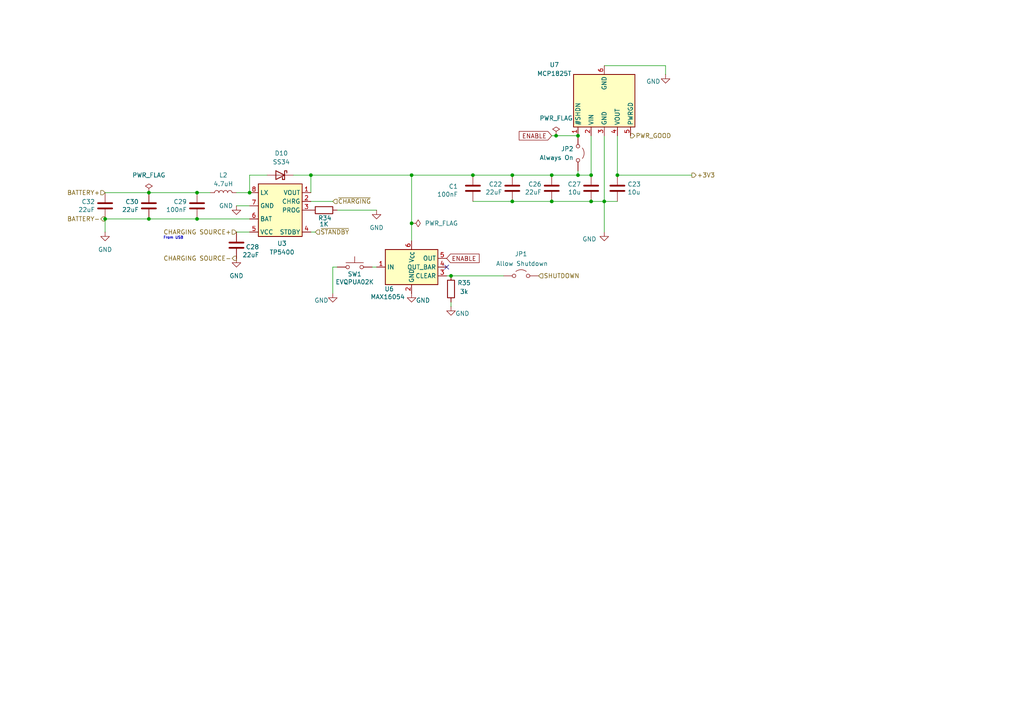
<source format=kicad_sch>
(kicad_sch (version 20250114) (generator "eeschema") (generator_version "9.0")
  (paper "A4")
  (title_block (title "Brique") (date "2025-04-08") (company "Tommy Gilligan"))
  (lib_symbols
    (symbol "Analog_ADC:ADC101C021CIMK"
      (property "Reference" "U4" (at 2.1941 10.16 0))
      (property "Value" "ADC101C021CIMK" (at 2.1941 7.62 0))
      (symbol "ADC101C021CIMK_0_1"
        (rectangle (start -7.62 5.08) (end 7.62 -5.08) (stroke (width 0.254)) (fill (type background)))
      )
      (symbol "ADC101C021CIMK_1_1"
        (pin input line (at -10.16 0 0) (length 2.54) (name "IN") (number "1"))
        (pin power_in line (at 0 7.62 270) (length 2.54) (name "V_{CC}") (number "6"))
        (pin power_in line (at 0 -7.62 90) (length 2.54) (name "GND") (number "2"))
        (pin bidirectional line (at 10.16 2.54 180) (length 2.54) (name "OUT") (number "5"))
        (pin input line (at 10.16 0 180) (length 2.54) (name "OUT_BAR") (number "4"))
        (pin input line (at 10.16 -2.54 180) (length 2.54) (name "CLEAR") (number "3"))
      )
    )
    (symbol "Device:C" (pin_numbers (hide yes)) (pin_names (offset 0.254))
      (property "Reference" "C" (at 0.635 2.54 0))
      (property "Value" "C" (at 0.635 -2.54 0))
      (symbol "C_0_1"
        (polyline (pts (xy -2.032 0.762) (xy 2.032 0.762)) (stroke (width 0.508)))
        (polyline (pts (xy -2.032 -0.762) (xy 2.032 -0.762)) (stroke (width 0.508)))
      )
      (symbol "C_1_1"
        (pin passive line (at 0 3.81 270) (length 2.794) (name "~") (number "1"))
        (pin passive line (at 0 -3.81 90) (length 2.794) (name "~") (number "2"))
      )
    )
    (symbol "Device:D_Schottky" (pin_numbers (hide yes)) (pin_names (offset 1.016) (hide yes))
      (property "Reference" "D" (at 0 2.54 0))
      (property "Value" "D_Schottky" (at 0 -2.54 0))
      (symbol "D_Schottky_0_1"
        (polyline (pts (xy -1.905 0.635) (xy -1.905 1.27) (xy -1.27 1.27) (xy -1.27 -1.27) (xy -0.635 -1.27) (xy -0.635 -0.635)) (stroke (width 0.254)))
        (polyline (pts (xy 1.27 1.27) (xy 1.27 -1.27) (xy -1.27 0) (xy 1.27 1.27)) (stroke (width 0.254)))
        (polyline (pts (xy 1.27 0) (xy -1.27 0)))
      )
      (symbol "D_Schottky_1_1"
        (pin passive line (at -3.81 0 0) (length 2.54) (name "K") (number "1"))
        (pin passive line (at 3.81 0 180) (length 2.54) (name "A") (number "2"))
      )
    )
    (symbol "Device:L" (pin_numbers (hide yes)) (pin_names (offset 1.016) (hide yes))
      (property "Reference" "L" (at -1.27 0 90))
      (property "Value" "L" (at 1.905 0 90))
      (symbol "L_0_1"
        (arc (start 0 2.54) (mid 0.6323 1.905) (end 0 1.27))
        (arc (start 0 1.27) (mid 0.6323 0.635) (end 0 0))
        (arc (start 0 0) (mid 0.6323 -0.635) (end 0 -1.27))
        (arc (start 0 -1.27) (mid 0.6323 -1.905) (end 0 -2.54))
      )
      (symbol "L_1_1"
        (pin passive line (at 0 3.81 270) (length 1.27) (name "1") (number "1"))
        (pin passive line (at 0 -3.81 90) (length 1.27) (name "2") (number "2"))
      )
    )
    (symbol "Device:R" (pin_numbers (hide yes)) (pin_names (offset 0))
      (property "Reference" "R" (at 2.032 0 90))
      (property "Value" "R" (at 0 0 90))
      (symbol "R_0_1"
        (rectangle (start -1.016 -2.54) (end 1.016 2.54) (stroke (width 0.254)))
      )
      (symbol "R_1_1"
        (pin passive line (at 0 3.81 270) (length 1.27) (name "~") (number "1"))
        (pin passive line (at 0 -3.81 90) (length 1.27) (name "~") (number "2"))
      )
    )
    (symbol "Interface_CAN_LIN:SN65HVD255D"
      (property "Reference" "U3" (at -3.81 12.7 0))
      (property "Value" "TP5400" (at -3.81 10.16 0))
      (symbol "SN65HVD255D_0_1"
        (rectangle (start -10.16 7.62) (end 2.54 -7.62) (stroke (width 0.254)) (fill (type background)))
      )
      (symbol "SN65HVD255D_1_1"
        (pin unspecified line (at -12.7 5.08 0) (length 2.54) (name "VOUT") (number "1"))
        (pin unspecified line (at -12.7 2.54 0) (length 2.54) (name "CHRG") (number "2"))
        (pin unspecified line (at -12.7 0 0) (length 2.54) (name "PROG") (number "3"))
        (pin unspecified line (at -12.7 -6.35 0) (length 2.54) (name "STDBY") (number "4"))
        (pin unspecified line (at 5.08 5.08 180) (length 2.54) (name "LX") (number "8"))
        (pin unspecified line (at 5.08 1.27 180) (length 2.54) (name "GND") (number "7"))
        (pin unspecified line (at 5.08 -2.54 180) (length 2.54) (name "BAT") (number "6"))
        (pin unspecified line (at 5.08 -6.35 180) (length 2.54) (name "VCC") (number "5"))
      )
    )
    (symbol "Jumper:Jumper_2_Open" (pin_numbers (hide yes)) (pin_names (offset 0) (hide yes)) (exclude_from_sim yes)
      (property "Reference" "JP" (at 0 2.794 0))
      (property "Value" "Jumper_2_Open" (at 0 -2.286 0))
      (symbol "Jumper_2_Open_0_0"
        (circle (center -2.032 0) (radius 0.508))
        (circle (center 2.032 0) (radius 0.508))
      )
      (symbol "Jumper_2_Open_0_1"
        (arc (start -1.524 1.27) (mid 0 1.778) (end 1.524 1.27))
      )
      (symbol "Jumper_2_Open_1_1"
        (pin passive line (at -5.08 0 0) (length 2.54) (name "A") (number "1"))
        (pin passive line (at 5.08 0 180) (length 2.54) (name "B") (number "2"))
      )
    )
    (symbol "Regulator_Linear:MCP1825S"
      (property "Reference" "U7" (at -10.668 5.334 0))
      (property "Value" "MCP1825T" (at -10.668 2.794 0))
      (symbol "MCP1825S_0_1"
        (rectangle (start -5.08 2.54) (end 12.7 -12.7) (stroke (width 0.254)) (fill (type background)))
      )
      (symbol "MCP1825S_1_1"
        (pin power_in line (at -3.81 -15.24 90) (length 2.54) (name "#SHDN") (number "1"))
        (pin power_in line (at 0 -15.24 90) (length 2.54) (name "VIN") (number "2"))
        (pin power_out line (at 3.81 5.08 270) (length 2.54) (name "GND") (number "6"))
        (pin power_in line (at 3.81 -15.24 90) (length 2.54) (name "GND") (number "3"))
        (pin power_out line (at 7.62 -15.24 90) (length 2.54) (name "VOUT") (number "4"))
        (pin power_out line (at 11.43 -15.24 90) (length 2.54) (name "PWRGD") (number "5"))
      )
    )
    (symbol "Switch:SW_Push" (pin_numbers (hide yes)) (pin_names (offset 1.016) (hide yes))
      (property "Reference" "SW" (at 1.27 2.54 0))
      (property "Value" "SW_Push" (at 0 -1.524 0))
      (symbol "SW_Push_0_1"
        (circle (center -2.032 0) (radius 0.508))
        (polyline (pts (xy 0 1.27) (xy 0 3.048)))
        (circle (center 2.032 0) (radius 0.508))
        (polyline (pts (xy 2.54 1.27) (xy -2.54 1.27)))
        (pin passive line (at -5.08 0 0) (length 2.54) (name "1") (number "1"))
        (pin passive line (at 5.08 0 180) (length 2.54) (name "2") (number "2"))
      )
    )
    (symbol "power:GND" (power) (pin_numbers (hide yes)) (pin_names (offset 0) (hide yes))
      (property "Value" "GND" (at 0 -3.81 0))
      (symbol "GND_0_1"
        (polyline (pts (xy 0 0) (xy 0 -1.27) (xy 1.27 -1.27) (xy 0 -2.54) (xy -1.27 -1.27) (xy 0 -1.27)))
      )
      (symbol "GND_1_1"
        (pin power_in line (at 0 0 270) (length 0) (name "~") (number "1"))
      )
    )
    (symbol "power:PWR_FLAG" (power) (pin_numbers (hide yes)) (pin_names (offset 0) (hide yes))
      (property "Value" "PWR_FLAG" (at 0 3.81 0))
      (symbol "PWR_FLAG_0_0"
        (pin power_out line (at 0 0 90) (length 0) (name "~") (number "1"))
      )
      (symbol "PWR_FLAG_0_1"
        (polyline (pts (xy 0 0) (xy 0 1.27) (xy -1.016 1.905) (xy 0 2.54) (xy 1.016 1.905) (xy 0 1.27)))
      )
    )
  )
  (text "From USB" (at 50.292 69.088 0) (effects (font (size 0.762 0.762))))
  (junction (at 43.18 63.5))
  (junction (at 119.38 50.8))
  (junction (at 160.02 58.42))
  (junction (at 137.16 50.8))
  (junction (at 160.02 50.8))
  (junction (at 43.18 55.88))
  (junction (at 167.64 39.37))
  (junction (at 167.64 50.8))
  (junction (at 175.26 58.42))
  (junction (at 130.81 80.01))
  (junction (at 30.48 63.5))
  (junction (at 171.45 58.42))
  (junction (at 90.17 50.8))
  (junction (at 57.15 63.5))
  (junction (at 148.59 58.42))
  (junction (at 161.29 39.37))
  (junction (at 171.45 50.8))
  (junction (at 148.59 50.8))
  (junction (at 72.39 55.88))
  (junction (at 119.38 64.77))
  (junction (at 179.07 50.8))
  (junction (at 57.15 55.88))
  (no_connect (at 129.54 77.47))
  (wire (pts (xy 160.02 58.42) (xy 148.59 58.42)))
  (wire (pts (xy 130.81 80.01) (xy 129.54 80.01)))
  (wire (pts (xy 175.26 39.37) (xy 175.26 58.42)))
  (wire (pts (xy 30.48 55.88) (xy 43.18 55.88)))
  (wire (pts (xy 193.04 19.05) (xy 193.04 21.59)))
  (wire (pts (xy 72.39 50.8) (xy 72.39 55.88)))
  (wire (pts (xy 90.17 50.8) (xy 90.17 55.88)))
  (wire (pts (xy 161.29 39.37) (xy 167.64 39.37)))
  (wire (pts (xy 68.58 59.69) (xy 72.39 59.69)))
  (wire (pts (xy 130.81 87.63) (xy 130.81 88.9)))
  (wire (pts (xy 96.52 77.47) (xy 96.52 85.09)))
  (wire (pts (xy 200.66 50.8) (xy 179.07 50.8)))
  (wire (pts (xy 96.52 77.47) (xy 97.79 77.47)))
  (wire (pts (xy 175.26 19.05) (xy 193.04 19.05)))
  (wire (pts (xy 167.64 50.8) (xy 171.45 50.8)))
  (wire (pts (xy 68.58 67.31) (xy 72.39 67.31)))
  (wire (pts (xy 160.02 50.8) (xy 167.64 50.8)))
  (wire (pts (xy 119.38 50.8) (xy 119.38 64.77)))
  (wire (pts (xy 148.59 50.8) (xy 160.02 50.8)))
  (wire (pts (xy 175.26 67.31) (xy 175.26 58.42)))
  (wire (pts (xy 90.17 50.8) (xy 119.38 50.8)))
  (wire (pts (xy 57.15 63.5) (xy 72.39 63.5)))
  (wire (pts (xy 119.38 64.77) (xy 119.38 69.85)))
  (wire (pts (xy 68.58 55.88) (xy 72.39 55.88)))
  (wire (pts (xy 30.48 63.5) (xy 43.18 63.5)))
  (wire (pts (xy 90.17 58.42) (xy 96.52 58.42)))
  (wire (pts (xy 43.18 63.5) (xy 57.15 63.5)))
  (wire (pts (xy 171.45 50.8) (xy 171.45 39.37)))
  (wire (pts (xy 171.45 58.42) (xy 160.02 58.42)))
  (wire (pts (xy 91.44 67.31) (xy 90.17 67.31)))
  (wire (pts (xy 119.38 50.8) (xy 137.16 50.8)))
  (wire (pts (xy 167.64 49.53) (xy 167.64 50.8)))
  (wire (pts (xy 148.59 58.42) (xy 137.16 58.42)))
  (wire (pts (xy 57.15 55.88) (xy 60.96 55.88)))
  (wire (pts (xy 179.07 39.37) (xy 179.07 50.8)))
  (wire (pts (xy 109.22 60.96) (xy 97.79 60.96)))
  (wire (pts (xy 160.02 39.37) (xy 161.29 39.37)))
  (wire (pts (xy 175.26 58.42) (xy 171.45 58.42)))
  (wire (pts (xy 43.18 55.88) (xy 57.15 55.88)))
  (wire (pts (xy 179.07 58.42) (xy 175.26 58.42)))
  (wire (pts (xy 130.81 80.01) (xy 146.05 80.01)))
  (wire (pts (xy 137.16 50.8) (xy 148.59 50.8)))
  (wire (pts (xy 85.09 50.8) (xy 90.17 50.8)))
  (wire (pts (xy 30.48 67.31) (xy 30.48 63.5)))
  (wire (pts (xy 109.22 77.47) (xy 107.95 77.47)))
  (wire (pts (xy 77.47 50.8) (xy 72.39 50.8)))
  (global_label "ENABLE" (shape input) (at 129.54 74.93 0) (property "Intersheetrefs" "${INTERSHEET_REFS}" (effects (hide yes))))
  (global_label "ENABLE" (shape input) (at 160.02 39.37 180) (property "Intersheetrefs" "${INTERSHEET_REFS}" (effects (hide yes))))
  (hierarchical_label "~{STANDBY}" (shape input) (at 91.44 67.31 0))
  (hierarchical_label "CHARGING SOURCE+" (shape input) (at 68.58 67.31 180))
  (hierarchical_label "BATTERY-" (shape output) (at 30.48 63.5 180))
  (hierarchical_label "CHARGING SOURCE-" (shape output) (at 68.58 74.93 180))
  (hierarchical_label "BATTERY+" (shape input) (at 30.48 55.88 180))
  (hierarchical_label "+3V3" (shape output) (at 200.66 50.8 0))
  (hierarchical_label "~{CHARGING}" (shape input) (at 96.52 58.42 0))
  (hierarchical_label "PWR_GOOD" (shape output) (at 182.88 39.37 0))
  (hierarchical_label "SHUTDOWN" (shape input) (at 156.21 80.01 0))
  (symbol (lib_id "Device:C") (at 171.45 54.61 0) (mirror y) (unit 1)
    (property "Reference" "C27" (at 168.529 53.4416 0) (effects (justify left)))
    (property "Value" "10u" (at 168.529 55.753 0) (effects (justify left)))
    (property "Footprint" "Capacitor_SMD:C_0805_2012Metric" (effects (hide yes)))
    (property "JLCPCB" "C17024" (effects (hide yes)))
  )
  (symbol (lib_id "Switch:SW_Push") (at 102.87 77.47 0) (unit 1)
    (property "Reference" "SW1" (at 102.87 79.502 0))
    (property "Value" "EVQPUA02K" (at 102.87 81.788 0))
    (property "Footprint" "Button_Switch_SMD:power switch" (effects (hide yes)))
    (property "Description" "Push button switch, generic, two pins" (effects (hide yes)))
    (property "JLCPCB" "C128539" (effects (hide yes)))
  )
  (symbol (lib_id "Jumper:Jumper_2_Open") (at 167.64 44.45 270) (mirror x) (unit 1) (exclude_from_sim yes) (in_bom no)
    (property "Reference" "JP2" (at 166.37 43.1799 90) (effects (justify right)))
    (property "Value" "Always On" (at 166.37 45.7199 90) (effects (justify right)))
    (property "Footprint" "Jumper:SolderJumper-2_P1.3mm_Open_Pad1.0x1.5mm" (effects (hide yes)))
    (property "Description" "Jumper, 2-pole, open" (effects (hide yes)))
  )
  (symbol (lib_id "power:GND") (at 119.38 85.09 0) (unit 1)
    (property "Reference" "#PWR082" (effects (hide yes)))
    (property "Value" "GND" (at 122.682 87.122 0))
    (property "Description" "Power symbol creates a global label with name \"GND\" , ground" (effects (hide yes)))
  )
  (symbol (lib_id "Jumper:Jumper_2_Open") (at 151.13 80.01 0) (unit 1) (exclude_from_sim yes) (in_bom no)
    (property "Reference" "JP1" (at 151.13 73.66 0))
    (property "Value" "Allow Shutdown" (at 151.384 76.454 0))
    (property "Footprint" "Jumper:SolderJumper-2_P1.3mm_Open_Pad1.0x1.5mm" (effects (hide yes)))
    (property "Description" "Jumper, 2-pole, open" (effects (hide yes)))
  )
  (symbol (lib_id "Device:C") (at 148.59 54.61 0) (mirror y) (unit 1)
    (property "Reference" "C22" (at 145.669 53.4416 0) (effects (justify left)))
    (property "Value" "22uF" (at 145.669 55.753 0) (effects (justify left)))
    (property "Footprint" "Capacitor_SMD:C_0805_2012Metric" (effects (hide yes)))
    (property "JLCPCB" "C602037" (effects (hide yes)))
  )
  (symbol (lib_id "power:GND") (at 109.22 60.96 0) (mirror y) (unit 1)
    (property "Reference" "#PWR018" (effects (hide yes)))
    (property "Value" "GND" (at 109.22 66.04 0))
    (property "Description" "Power symbol creates a global label with name \"GND\" , ground" (effects (hide yes)))
  )
  (symbol (lib_id "Device:C") (at 57.15 59.69 0) (mirror y) (unit 1)
    (property "Reference" "C29" (at 54.229 58.5216 0) (effects (justify left)))
    (property "Value" "100nF" (at 54.229 60.833 0) (effects (justify left)))
    (property "Footprint" "Capacitor_SMD:C_0805_2012Metric" (effects (hide yes)))
    (property "JLCPCB" "C49678" (effects (hide yes)))
  )
  (symbol (lib_id "Device:C") (at 160.02 54.61 0) (mirror y) (unit 1)
    (property "Reference" "C26" (at 157.099 53.4416 0) (effects (justify left)))
    (property "Value" "22uF" (at 157.099 55.753 0) (effects (justify left)))
    (property "Footprint" "Capacitor_SMD:C_0805_2012Metric" (effects (hide yes)))
    (property "JLCPCB" "C602037" (effects (hide yes)))
  )
  (symbol (lib_id "power:GND") (at 68.58 59.69 0) (mirror y) (unit 1)
    (property "Reference" "#PWR052" (effects (hide yes)))
    (property "Value" "GND" (at 63.5 59.69 0) (effects (justify right)))
    (property "Description" "Power symbol creates a global label with name \"GND\" , ground" (effects (hide yes)))
  )
  (symbol (lib_id "power:GND") (at 30.48 67.31 0) (mirror y) (unit 1)
    (property "Reference" "#PWR088" (effects (hide yes)))
    (property "Value" "GND" (at 30.48 72.39 0))
    (property "Description" "Power symbol creates a global label with name \"GND\" , ground" (effects (hide yes)))
  )
  (symbol (lib_id "power:PWR_FLAG") (at 119.38 64.77 270) (unit 1)
    (property "Reference" "#FLG01" (effects (hide yes)))
    (property "Value" "PWR_FLAG" (at 123.19 64.7699 90) (effects (justify left)))
    (property "Description" "Special symbol for telling ERC where power comes from" (effects (hide yes)))
  )
  (symbol (lib_id "Device:R") (at 93.98 60.96 270) (mirror x) (unit 1)
    (property "Reference" "R34" (at 94.234 63.246 90))
    (property "Value" "1K" (at 93.98 65.024 90))
    (property "Footprint" "Resistor_SMD:R_0402_1005Metric" (effects (hide yes)))
    (property "Description" "Resistor" (effects (hide yes)))
    (property "JLCPCB" "C25543" (effects (hide yes)))
  )
  (symbol (lib_id "Regulator_Linear:MCP1825S") (at 171.45 24.13 0) (unit 1)
    (property "Reference" "U7" (at 160.782 18.796 0))
    (property "Value" "MCP1825T" (at 160.782 21.336 0))
    (property "Footprint" "Package_TO_SOT_SMD:SOT-223-6" (effects (hide yes)))
    (property "Datasheet" "http://ww1.microchip.com/downloads/en/devicedoc/22056b.pdf" (effects (hide yes)))
    (property "Description" "500mA, Low-Voltage, Low Quiescent Current LDO Regulator, SOT-223, TO-220, TO-263" (effects (hide yes)))
    (property "JLCPCB" "C622691" (effects (hide yes)))
  )
  (symbol (lib_id "Device:R") (at 130.81 83.82 0) (mirror x) (unit 1)
    (property "Reference" "R35" (at 134.62 82.042 0))
    (property "Value" "3k" (at 134.62 84.582 0))
    (property "Footprint" "Resistor_SMD:R_0402_1005Metric" (effects (hide yes)))
    (property "Description" "Resistor" (effects (hide yes)))
    (property "JLCPCB" "C137872" (effects (hide yes)))
  )
  (symbol (lib_id "Device:D_Schottky") (at 81.28 50.8 0) (mirror y) (unit 1)
    (property "Reference" "D10" (at 81.5975 44.45 0))
    (property "Value" "SS34" (at 81.5975 46.99 0))
    (property "Footprint" "Diode_SMD:D_SMA" (effects (hide yes)))
    (property "Description" "Schottky diode" (effects (hide yes)))
    (property "JLCPCB" "C8678" (effects (hide yes)))
  )
  (symbol (lib_id "power:GND") (at 96.52 85.09 0) (unit 1)
    (property "Reference" "#PWR081" (effects (hide yes)))
    (property "Value" "GND" (at 93.218 87.122 0))
    (property "Description" "Power symbol creates a global label with name \"GND\" , ground" (effects (hide yes)))
  )
  (symbol (lib_id "Device:C") (at 137.16 54.61 0) (mirror y) (unit 1)
    (property "Reference" "C1" (at 132.842 54.0766 0) (effects (justify left)))
    (property "Value" "100nF" (at 132.842 56.388 0) (effects (justify left)))
    (property "Footprint" "Capacitor_SMD:C_0805_2012Metric" (effects (hide yes)))
    (property "JLCPCB" "C49678" (effects (hide yes)))
  )
  (symbol (lib_id "Device:C") (at 68.58 71.12 0) (mirror y) (unit 1)
    (property "Reference" "C28" (at 75.184 71.628 0) (effects (justify left)))
    (property "Value" "22uF" (at 75.184 73.9394 0) (effects (justify left)))
    (property "Footprint" "Capacitor_SMD:C_0805_2012Metric" (effects (hide yes)))
    (property "JLCPCB" "C602037" (effects (hide yes)))
  )
  (symbol (lib_id "power:GND") (at 175.26 67.31 0) (mirror y) (unit 1)
    (property "Reference" "#PWR07" (effects (hide yes)))
    (property "Value" "GND" (at 170.942 69.342 0))
    (property "Description" "Power symbol creates a global label with name \"GND\" , ground" (effects (hide yes)))
  )
  (symbol (lib_id "power:PWR_FLAG") (at 161.29 39.37 0) (unit 1)
    (property "Reference" "#FLG03" (effects (hide yes)))
    (property "Value" "PWR_FLAG" (at 161.29 34.29 0))
    (property "Description" "Special symbol for telling ERC where power comes from" (effects (hide yes)))
  )
  (symbol (lib_id "Device:C") (at 179.07 54.61 0) (unit 1)
    (property "Reference" "C23" (at 181.991 53.4416 0) (effects (justify left)))
    (property "Value" "10u" (at 181.991 55.753 0) (effects (justify left)))
    (property "Footprint" "Capacitor_SMD:C_0805_2012Metric" (effects (hide yes)))
    (property "JLCPCB" "C17024" (effects (hide yes)))
  )
  (symbol (lib_id "Interface_CAN_LIN:SN65HVD255D") (at 77.47 60.96 0) (mirror y) (unit 1)
    (property "Reference" "U3" (at 81.788 70.612 0))
    (property "Value" "TP5400" (at 81.788 73.152 0))
    (property "Footprint" "Package_SO:SOIC-8_3.9x4.9mm_P1.27mm" (effects (hide yes)))
    (property "Datasheet" "https://www.ti.com/lit/ds/symlink/sn65hvd257.pdf" (effects (hide yes)))
    (property "Description" "CAN Bus Transceiver with Fast Loop Times for Highly Loaded Networks, SOIC-8" (effects (hide yes)))
    (property "JLCPCB" "C2891434" (effects (hide yes)))
  )
  (symbol (lib_id "power:GND") (at 193.04 21.59 0) (unit 1)
    (property "Reference" "#PWR057" (effects (hide yes)))
    (property "Value" "GND" (at 189.484 23.622 0))
  )
  (symbol (lib_id "power:GND") (at 68.58 74.93 0) (mirror y) (unit 1)
    (property "Reference" "#PWR056" (effects (hide yes)))
    (property "Value" "GND" (at 68.58 80.01 0))
    (property "Description" "Power symbol creates a global label with name \"GND\" , ground" (effects (hide yes)))
  )
  (symbol (lib_id "Device:C") (at 43.18 59.69 0) (mirror y) (unit 1)
    (property "Reference" "C30" (at 40.259 58.5216 0) (effects (justify left)))
    (property "Value" "22uF" (at 40.259 60.833 0) (effects (justify left)))
    (property "Footprint" "Capacitor_SMD:C_0805_2012Metric" (effects (hide yes)))
    (property "JLCPCB" "C602037" (effects (hide yes)))
  )
  (symbol (lib_id "power:GND") (at 130.81 88.9 0) (unit 1)
    (property "Reference" "#PWR083" (effects (hide yes)))
    (property "Value" "GND" (at 134.112 90.932 0))
    (property "Description" "Power symbol creates a global label with name \"GND\" , ground" (effects (hide yes)))
  )
  (symbol (lib_id "Analog_ADC:ADC101C021CIMK") (at 119.38 77.47 0) (unit 1)
    (property "Reference" "U6" (at 111.506 83.82 0) (effects (justify left)))
    (property "Value" "MAX16054" (at 107.442 86.106 0) (effects (justify left)))
    (property "Footprint" "Package_TO_SOT_SMD:SOT-23-6" (effects (hide yes)))
    (property "Datasheet" "https://www.ti.com/lit/ds/symlink/adc101c021.pdf" (effects (hide yes)))
    (property "Description" "10-bit I2C ADC, SOT-23" (effects (hide yes)))
    (property "JLCPCB" "C79401" (effects (hide yes)))
  )
  (symbol (lib_id "power:PWR_FLAG") (at 43.18 55.88 0) (mirror y) (unit 1)
    (property "Reference" "#FLG02" (effects (hide yes)))
    (property "Value" "PWR_FLAG" (at 43.18 50.8 0))
    (property "Description" "Special symbol for telling ERC where power comes from" (effects (hide yes)))
  )
  (symbol (lib_id "Device:L") (at 64.77 55.88 270) (mirror x) (unit 1)
    (property "Reference" "L2" (at 64.77 50.8 90))
    (property "Value" "4.7uH" (at 64.77 53.34 90))
    (property "Footprint" "Inductor_SMD:L_Neosid_MicroCoil_Ms36-L" (effects (hide yes)))
    (property "Description" "Inductor" (effects (hide yes)))
    (property "JLCPCB" "C171589" (effects (hide yes)))
  )
  (symbol (lib_id "Device:C") (at 30.48 59.69 0) (mirror y) (unit 1)
    (property "Reference" "C32" (at 27.559 58.5216 0) (effects (justify left)))
    (property "Value" "22uF" (at 27.559 60.833 0) (effects (justify left)))
    (property "Footprint" "Capacitor_SMD:C_0805_2012Metric" (effects (hide yes)))
    (property "JLCPCB" "C602037" (effects (hide yes)))
  )
)
</source>
